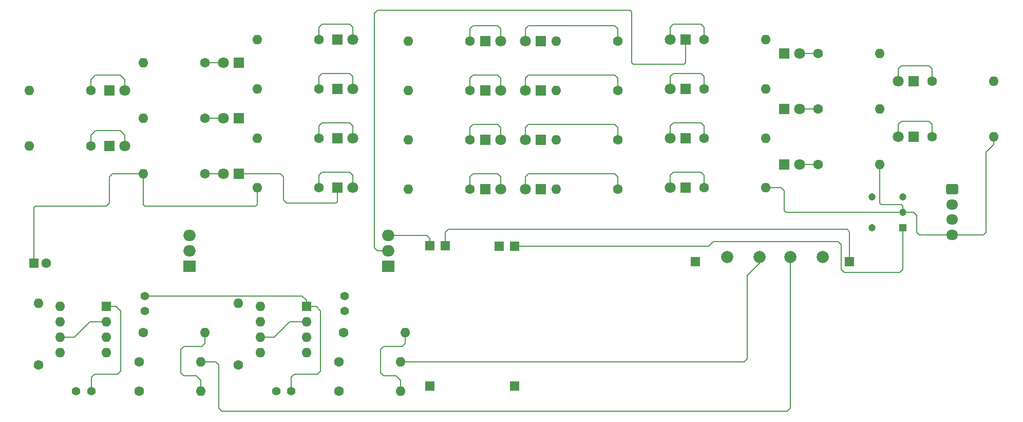
<source format=gbr>
%TF.GenerationSoftware,KiCad,Pcbnew,8.0.8*%
%TF.CreationDate,2025-03-28T10:57:28-04:00*%
%TF.ProjectId,rear_lights_unit,72656172-5f6c-4696-9768-74735f756e69,0*%
%TF.SameCoordinates,Original*%
%TF.FileFunction,Copper,L1,Top*%
%TF.FilePolarity,Positive*%
%FSLAX46Y46*%
G04 Gerber Fmt 4.6, Leading zero omitted, Abs format (unit mm)*
G04 Created by KiCad (PCBNEW 8.0.8) date 2025-03-28 10:57:28*
%MOMM*%
%LPD*%
G01*
G04 APERTURE LIST*
G04 Aperture macros list*
%AMRoundRect*
0 Rectangle with rounded corners*
0 $1 Rounding radius*
0 $2 $3 $4 $5 $6 $7 $8 $9 X,Y pos of 4 corners*
0 Add a 4 corners polygon primitive as box body*
4,1,4,$2,$3,$4,$5,$6,$7,$8,$9,$2,$3,0*
0 Add four circle primitives for the rounded corners*
1,1,$1+$1,$2,$3*
1,1,$1+$1,$4,$5*
1,1,$1+$1,$6,$7*
1,1,$1+$1,$8,$9*
0 Add four rect primitives between the rounded corners*
20,1,$1+$1,$2,$3,$4,$5,0*
20,1,$1+$1,$4,$5,$6,$7,0*
20,1,$1+$1,$6,$7,$8,$9,0*
20,1,$1+$1,$8,$9,$2,$3,0*%
G04 Aperture macros list end*
%TA.AperFunction,ComponentPad*%
%ADD10R,2.000000X1.905000*%
%TD*%
%TA.AperFunction,ComponentPad*%
%ADD11O,2.000000X1.905000*%
%TD*%
%TA.AperFunction,ComponentPad*%
%ADD12R,1.800000X1.800000*%
%TD*%
%TA.AperFunction,ComponentPad*%
%ADD13C,1.800000*%
%TD*%
%TA.AperFunction,ComponentPad*%
%ADD14R,1.600000X1.600000*%
%TD*%
%TA.AperFunction,ComponentPad*%
%ADD15C,1.600000*%
%TD*%
%TA.AperFunction,ComponentPad*%
%ADD16O,1.600000X1.600000*%
%TD*%
%TA.AperFunction,ComponentPad*%
%ADD17R,1.524000X1.524000*%
%TD*%
%TA.AperFunction,ComponentPad*%
%ADD18C,1.400000*%
%TD*%
%TA.AperFunction,ComponentPad*%
%ADD19C,1.200000*%
%TD*%
%TA.AperFunction,ComponentPad*%
%ADD20R,1.200000X1.200000*%
%TD*%
%TA.AperFunction,ComponentPad*%
%ADD21C,2.000000*%
%TD*%
%TA.AperFunction,ComponentPad*%
%ADD22RoundRect,0.250000X-0.725000X0.600000X-0.725000X-0.600000X0.725000X-0.600000X0.725000X0.600000X0*%
%TD*%
%TA.AperFunction,ComponentPad*%
%ADD23O,1.950000X1.700000*%
%TD*%
%TA.AperFunction,Conductor*%
%ADD24C,0.200000*%
%TD*%
G04 APERTURE END LIST*
D10*
%TO.P,Q2,1,G*%
%TO.N,Net-(Q2-G)*%
X113030000Y-97282000D03*
D11*
%TO.P,Q2,2,D*%
%TO.N,Net-(D10-K)*%
X113030000Y-94742000D03*
%TO.P,Q2,3,S*%
%TO.N,GND*%
X113030000Y-92202000D03*
%TD*%
D10*
%TO.P,Q1,1,G*%
%TO.N,Net-(Q1-G)*%
X80264000Y-97282000D03*
D11*
%TO.P,Q1,2,D*%
%TO.N,Net-(D1-K)*%
X80264000Y-94742000D03*
%TO.P,Q1,3,S*%
%TO.N,GND*%
X80264000Y-92202000D03*
%TD*%
D12*
%TO.P,D1,1,K*%
%TO.N,Net-(D1-K)*%
X104638000Y-59944000D03*
D13*
%TO.P,D1,2,A*%
%TO.N,Net-(D1-A)*%
X107178000Y-59944000D03*
%TD*%
D12*
%TO.P,D11,1,K*%
%TO.N,Net-(D10-K)*%
X162052000Y-76200000D03*
D13*
%TO.P,D11,2,A*%
%TO.N,Net-(D11-A)*%
X159512000Y-76200000D03*
%TD*%
D12*
%TO.P,D23,1,K*%
%TO.N,GND*%
X138171000Y-76454000D03*
D13*
%TO.P,D23,2,A*%
%TO.N,Net-(D23-A)*%
X135631000Y-76454000D03*
%TD*%
D12*
%TO.P,D9,1,K*%
%TO.N,Net-(D10-K)*%
X162052000Y-59944000D03*
D13*
%TO.P,D9,2,A*%
%TO.N,Net-(D9-A)*%
X159512000Y-59944000D03*
%TD*%
D12*
%TO.P,D4,1,K*%
%TO.N,Net-(D1-K)*%
X104643000Y-84328000D03*
D13*
%TO.P,D4,2,A*%
%TO.N,Net-(D4-A)*%
X107183000Y-84328000D03*
%TD*%
D12*
%TO.P,D18,1,K*%
%TO.N,GND*%
X129022000Y-68326000D03*
D13*
%TO.P,D18,2,A*%
%TO.N,Net-(D18-A)*%
X131562000Y-68326000D03*
%TD*%
D12*
%TO.P,D25,1,K*%
%TO.N,Net-(D1-K)*%
X67046000Y-77470000D03*
D13*
%TO.P,D25,2,A*%
%TO.N,Net-(D25-A)*%
X69586000Y-77470000D03*
%TD*%
D12*
%TO.P,D14,1,K*%
%TO.N,Net-(D10-K)*%
X178303000Y-71374000D03*
D13*
%TO.P,D14,2,A*%
%TO.N,Net-(D14-A)*%
X180843000Y-71374000D03*
%TD*%
D12*
%TO.P,D12,1,K*%
%TO.N,Net-(D10-K)*%
X162052000Y-84328000D03*
D13*
%TO.P,D12,2,A*%
%TO.N,Net-(D12-A)*%
X159512000Y-84328000D03*
%TD*%
D12*
%TO.P,D24,1,K*%
%TO.N,GND*%
X138171000Y-84582000D03*
D13*
%TO.P,D24,2,A*%
%TO.N,Net-(D24-A)*%
X135631000Y-84582000D03*
%TD*%
D12*
%TO.P,D20,1,K*%
%TO.N,GND*%
X129017000Y-84582000D03*
D13*
%TO.P,D20,2,A*%
%TO.N,Net-(D20-A)*%
X131557000Y-84582000D03*
%TD*%
D12*
%TO.P,D7,1,K*%
%TO.N,Net-(D1-K)*%
X88387000Y-82042000D03*
D13*
%TO.P,D7,2,A*%
%TO.N,Net-(D7-A)*%
X85847000Y-82042000D03*
%TD*%
D12*
%TO.P,D6,1,K*%
%TO.N,Net-(D1-K)*%
X88387000Y-72898000D03*
D13*
%TO.P,D6,2,A*%
%TO.N,Net-(D6-A)*%
X85847000Y-72898000D03*
%TD*%
D12*
%TO.P,D17,1,K*%
%TO.N,GND*%
X129022000Y-60198000D03*
D13*
%TO.P,D17,2,A*%
%TO.N,Net-(D17-A)*%
X131562000Y-60198000D03*
%TD*%
D12*
%TO.P,D21,1,K*%
%TO.N,GND*%
X138171000Y-60198000D03*
D13*
%TO.P,D21,2,A*%
%TO.N,Net-(D21-A)*%
X135631000Y-60198000D03*
%TD*%
D12*
%TO.P,D13,1,K*%
%TO.N,Net-(D10-K)*%
X178298000Y-62230000D03*
D13*
%TO.P,D13,2,A*%
%TO.N,Net-(D13-A)*%
X180838000Y-62230000D03*
%TD*%
D12*
%TO.P,D22,1,K*%
%TO.N,GND*%
X138171000Y-68326000D03*
D13*
%TO.P,D22,2,A*%
%TO.N,Net-(D22-A)*%
X135631000Y-68326000D03*
%TD*%
D12*
%TO.P,D10,1,K*%
%TO.N,Net-(D10-K)*%
X162052000Y-68072000D03*
D13*
%TO.P,D10,2,A*%
%TO.N,Net-(D10-A)*%
X159512000Y-68072000D03*
%TD*%
D12*
%TO.P,D16,1,K*%
%TO.N,Net-(D10-K)*%
X199644000Y-66802000D03*
D13*
%TO.P,D16,2,A*%
%TO.N,Net-(D16-A)*%
X197104000Y-66802000D03*
%TD*%
D12*
%TO.P,D26,1,K*%
%TO.N,Net-(D10-K)*%
X199649000Y-75946000D03*
D13*
%TO.P,D26,2,A*%
%TO.N,Net-(D26-A)*%
X197109000Y-75946000D03*
%TD*%
D12*
%TO.P,D19,1,K*%
%TO.N,GND*%
X129022000Y-76454000D03*
D13*
%TO.P,D19,2,A*%
%TO.N,Net-(D19-A)*%
X131562000Y-76454000D03*
%TD*%
D12*
%TO.P,D15,1,K*%
%TO.N,Net-(D10-K)*%
X178298000Y-80518000D03*
D13*
%TO.P,D15,2,A*%
%TO.N,Net-(D15-A)*%
X180838000Y-80518000D03*
%TD*%
D12*
%TO.P,D3,1,K*%
%TO.N,Net-(D1-K)*%
X104643000Y-76200000D03*
D13*
%TO.P,D3,2,A*%
%TO.N,Net-(D3-A)*%
X107183000Y-76200000D03*
%TD*%
D12*
%TO.P,D8,1,K*%
%TO.N,Net-(D1-K)*%
X67046000Y-68326000D03*
D13*
%TO.P,D8,2,A*%
%TO.N,Net-(D8-A)*%
X69586000Y-68326000D03*
%TD*%
D12*
%TO.P,D2,1,K*%
%TO.N,Net-(D1-K)*%
X104638000Y-68072000D03*
D13*
%TO.P,D2,2,A*%
%TO.N,Net-(D2-A)*%
X107178000Y-68072000D03*
%TD*%
D12*
%TO.P,D5,1,K*%
%TO.N,Net-(D1-K)*%
X88387000Y-63754000D03*
D13*
%TO.P,D5,2,A*%
%TO.N,Net-(D5-A)*%
X85847000Y-63754000D03*
%TD*%
D14*
%TO.P,C5,1*%
%TO.N,V_BATT*%
X54610000Y-96774000D03*
D15*
%TO.P,C5,2*%
%TO.N,GND*%
X56610000Y-96774000D03*
%TD*%
%TO.P,R4,1*%
%TO.N,Net-(D4-A)*%
X101595000Y-84328000D03*
D16*
%TO.P,R4,2*%
%TO.N,V_BATT*%
X91435000Y-84328000D03*
%TD*%
D17*
%TO.P,U3,1,V_USB*%
%TO.N,unconnected-(U3-V_USB-Pad1)*%
X133888000Y-116952000D03*
%TO.P,U3,2,GND_USB*%
%TO.N,unconnected-(U3-GND_USB-Pad2)*%
X119888000Y-116952000D03*
%TO.P,U3,3,B+*%
%TO.N,Net-(BT1-+)*%
X131348000Y-93952000D03*
%TO.P,U3,4,B-*%
%TO.N,Net-(BT1--)*%
X122428000Y-93842000D03*
%TO.P,U3,5,OUT+*%
%TO.N,Net-(SW2-A)*%
X133888000Y-93952000D03*
%TO.P,U3,6,OUT-*%
%TO.N,GND*%
X119888000Y-93842000D03*
%TD*%
D18*
%TO.P,C4,1*%
%TO.N,GND*%
X105875000Y-102138000D03*
%TO.P,C4,2*%
%TO.N,Net-(U2-THR)*%
X105875000Y-104638000D03*
%TD*%
D15*
%TO.P,R12,1*%
%TO.N,Net-(D12-A)*%
X165095000Y-84328000D03*
D16*
%TO.P,R12,2*%
%TO.N,V_BATT*%
X175255000Y-84328000D03*
%TD*%
D15*
%TO.P,R27,1*%
%TO.N,Net-(U1-Q)*%
X72644000Y-108204000D03*
D16*
%TO.P,R27,2*%
%TO.N,Net-(Q1-G)*%
X82804000Y-108204000D03*
%TD*%
D15*
%TO.P,R7,1*%
%TO.N,Net-(D7-A)*%
X82799000Y-82042000D03*
D16*
%TO.P,R7,2*%
%TO.N,V_BATT*%
X72639000Y-82042000D03*
%TD*%
D15*
%TO.P,R16,1*%
%TO.N,Net-(D16-A)*%
X202687000Y-66802000D03*
D16*
%TO.P,R16,2*%
%TO.N,V_BATT*%
X212847000Y-66802000D03*
%TD*%
D15*
%TO.P,R29,1*%
%TO.N,Net-(U2-DIS)*%
X104945000Y-113030000D03*
D16*
%TO.P,R29,2*%
%TO.N,RIGHT_TURN_EN*%
X115105000Y-113030000D03*
%TD*%
D15*
%TO.P,R32,1*%
%TO.N,Net-(U2-Q)*%
X105707000Y-108204000D03*
D16*
%TO.P,R32,2*%
%TO.N,Net-(Q2-G)*%
X115867000Y-108204000D03*
%TD*%
D19*
%TO.P,SW2,*%
%TO.N,*%
X192786000Y-90932000D03*
X192786000Y-85852000D03*
D20*
%TO.P,SW2,1,A*%
%TO.N,Net-(SW2-A)*%
X197866000Y-90932000D03*
D19*
%TO.P,SW2,2,B*%
%TO.N,V_BATT*%
X197866000Y-88392000D03*
%TO.P,SW2,3*%
%TO.N,N/C*%
X197866000Y-85852000D03*
%TD*%
D15*
%TO.P,R20,1*%
%TO.N,Net-(D20-A)*%
X126487000Y-84582000D03*
D16*
%TO.P,R20,2*%
%TO.N,V_BATT*%
X116327000Y-84582000D03*
%TD*%
D15*
%TO.P,R5,1*%
%TO.N,Net-(D5-A)*%
X82799000Y-63754000D03*
D16*
%TO.P,R5,2*%
%TO.N,V_BATT*%
X72639000Y-63754000D03*
%TD*%
D15*
%TO.P,R17,1*%
%TO.N,Net-(D17-A)*%
X126487000Y-60198000D03*
D16*
%TO.P,R17,2*%
%TO.N,V_BATT*%
X116327000Y-60198000D03*
%TD*%
D21*
%TO.P,TP1,1,1*%
%TO.N,V_BATT*%
X184658000Y-95758000D03*
%TD*%
D15*
%TO.P,R34,1*%
%TO.N,Net-(D26-A)*%
X202687000Y-75946000D03*
D16*
%TO.P,R34,2*%
%TO.N,V_BATT*%
X212847000Y-75946000D03*
%TD*%
D15*
%TO.P,R10,1*%
%TO.N,Net-(D10-A)*%
X165095000Y-68072000D03*
D16*
%TO.P,R10,2*%
%TO.N,V_BATT*%
X175255000Y-68072000D03*
%TD*%
D15*
%TO.P,R19,1*%
%TO.N,Net-(D19-A)*%
X126487000Y-76454000D03*
D16*
%TO.P,R19,2*%
%TO.N,V_BATT*%
X116327000Y-76454000D03*
%TD*%
D18*
%TO.P,C1,1*%
%TO.N,Net-(U1-CV)*%
X61574000Y-117856000D03*
%TO.P,C1,2*%
%TO.N,GND*%
X64074000Y-117856000D03*
%TD*%
D14*
%TO.P,U2,1,GND*%
%TO.N,GND*%
X99568000Y-103896000D03*
D16*
%TO.P,U2,2,TR*%
%TO.N,Net-(U2-THR)*%
X99568000Y-106436000D03*
%TO.P,U2,3,Q*%
%TO.N,Net-(U2-Q)*%
X99568000Y-108976000D03*
%TO.P,U2,4,R*%
%TO.N,RIGHT_TURN_EN*%
X99568000Y-111516000D03*
%TO.P,U2,5,CV*%
%TO.N,Net-(U2-CV)*%
X91948000Y-111516000D03*
%TO.P,U2,6,THR*%
%TO.N,Net-(U2-THR)*%
X91948000Y-108976000D03*
%TO.P,U2,7,DIS*%
%TO.N,Net-(U2-DIS)*%
X91948000Y-106436000D03*
%TO.P,U2,8,VCC*%
%TO.N,V_BATT*%
X91948000Y-103896000D03*
%TD*%
D21*
%TO.P,TP4,1,1*%
%TO.N,RIGHT_TURN_EN*%
X174244000Y-95758000D03*
%TD*%
D15*
%TO.P,R15,1*%
%TO.N,Net-(D15-A)*%
X183891000Y-80518000D03*
D16*
%TO.P,R15,2*%
%TO.N,V_BATT*%
X194051000Y-80518000D03*
%TD*%
D15*
%TO.P,R26,1*%
%TO.N,Net-(U1-THR)*%
X55372000Y-113548000D03*
D16*
%TO.P,R26,2*%
%TO.N,Net-(U1-DIS)*%
X55372000Y-103388000D03*
%TD*%
D15*
%TO.P,R2,1*%
%TO.N,Net-(D2-A)*%
X101595000Y-68072000D03*
D16*
%TO.P,R2,2*%
%TO.N,V_BATT*%
X91435000Y-68072000D03*
%TD*%
D18*
%TO.P,C2,1*%
%TO.N,GND*%
X72898000Y-102138000D03*
%TO.P,C2,2*%
%TO.N,Net-(U1-THR)*%
X72898000Y-104638000D03*
%TD*%
D15*
%TO.P,R30,1*%
%TO.N,Net-(U2-THR)*%
X88349000Y-113548000D03*
D16*
%TO.P,R30,2*%
%TO.N,Net-(U2-DIS)*%
X88349000Y-103388000D03*
%TD*%
D22*
%TO.P,J1,1,Pin_1*%
%TO.N,GND*%
X205994000Y-84582000D03*
D23*
%TO.P,J1,2,Pin_2*%
%TO.N,RIGHT_TURN_EN*%
X205994000Y-87082000D03*
%TO.P,J1,3,Pin_3*%
%TO.N,LEFT_TURN_EN*%
X205994000Y-89582000D03*
%TO.P,J1,4,Pin_4*%
%TO.N,V_BATT*%
X205994000Y-92082000D03*
%TD*%
D21*
%TO.P,TP2,1,1*%
%TO.N,GND*%
X168910000Y-95758000D03*
%TD*%
D15*
%TO.P,R31,1*%
%TO.N,GND*%
X104945000Y-117856000D03*
D16*
%TO.P,R31,2*%
%TO.N,Net-(Q2-G)*%
X115105000Y-117856000D03*
%TD*%
D15*
%TO.P,R14,1*%
%TO.N,Net-(D14-A)*%
X183891000Y-71374000D03*
D16*
%TO.P,R14,2*%
%TO.N,V_BATT*%
X194051000Y-71374000D03*
%TD*%
D17*
%TO.P,BT1,1,+*%
%TO.N,Net-(BT1-+)*%
X163705100Y-96482100D03*
%TO.P,BT1,2,-*%
%TO.N,Net-(BT1--)*%
X189105100Y-96482100D03*
%TD*%
D15*
%TO.P,R33,1*%
%TO.N,Net-(D25-A)*%
X64003000Y-77470000D03*
D16*
%TO.P,R33,2*%
%TO.N,V_BATT*%
X53843000Y-77470000D03*
%TD*%
D15*
%TO.P,R11,1*%
%TO.N,Net-(D11-A)*%
X165095000Y-76200000D03*
D16*
%TO.P,R11,2*%
%TO.N,V_BATT*%
X175255000Y-76200000D03*
%TD*%
D15*
%TO.P,R21,1*%
%TO.N,Net-(D21-A)*%
X150871000Y-60198000D03*
D16*
%TO.P,R21,2*%
%TO.N,V_BATT*%
X140711000Y-60198000D03*
%TD*%
D15*
%TO.P,R18,1*%
%TO.N,Net-(D18-A)*%
X126487000Y-68326000D03*
D16*
%TO.P,R18,2*%
%TO.N,V_BATT*%
X116327000Y-68326000D03*
%TD*%
D15*
%TO.P,R25,1*%
%TO.N,Net-(U1-DIS)*%
X71968000Y-113030000D03*
D16*
%TO.P,R25,2*%
%TO.N,LEFT_TURN_EN*%
X82128000Y-113030000D03*
%TD*%
D15*
%TO.P,R22,1*%
%TO.N,Net-(D22-A)*%
X150871000Y-68326000D03*
D16*
%TO.P,R22,2*%
%TO.N,V_BATT*%
X140711000Y-68326000D03*
%TD*%
D15*
%TO.P,R28,1*%
%TO.N,GND*%
X71968000Y-117856000D03*
D16*
%TO.P,R28,2*%
%TO.N,Net-(Q1-G)*%
X82128000Y-117856000D03*
%TD*%
D15*
%TO.P,R3,1*%
%TO.N,Net-(D3-A)*%
X101595000Y-76200000D03*
D16*
%TO.P,R3,2*%
%TO.N,V_BATT*%
X91435000Y-76200000D03*
%TD*%
D15*
%TO.P,R23,1*%
%TO.N,Net-(D23-A)*%
X150871000Y-76454000D03*
D16*
%TO.P,R23,2*%
%TO.N,V_BATT*%
X140711000Y-76454000D03*
%TD*%
D15*
%TO.P,R1,1*%
%TO.N,Net-(D1-A)*%
X101595000Y-59944000D03*
D16*
%TO.P,R1,2*%
%TO.N,V_BATT*%
X91435000Y-59944000D03*
%TD*%
D18*
%TO.P,C3,1*%
%TO.N,Net-(U2-CV)*%
X94551000Y-117856000D03*
%TO.P,C3,2*%
%TO.N,GND*%
X97051000Y-117856000D03*
%TD*%
D15*
%TO.P,R9,1*%
%TO.N,Net-(D9-A)*%
X165095000Y-59944000D03*
D16*
%TO.P,R9,2*%
%TO.N,V_BATT*%
X175255000Y-59944000D03*
%TD*%
D14*
%TO.P,U1,1,GND*%
%TO.N,GND*%
X66538000Y-103896000D03*
D16*
%TO.P,U1,2,TR*%
%TO.N,Net-(U1-THR)*%
X66538000Y-106436000D03*
%TO.P,U1,3,Q*%
%TO.N,Net-(U1-Q)*%
X66538000Y-108976000D03*
%TO.P,U1,4,R*%
%TO.N,LEFT_TURN_EN*%
X66538000Y-111516000D03*
%TO.P,U1,5,CV*%
%TO.N,Net-(U1-CV)*%
X58918000Y-111516000D03*
%TO.P,U1,6,THR*%
%TO.N,Net-(U1-THR)*%
X58918000Y-108976000D03*
%TO.P,U1,7,DIS*%
%TO.N,Net-(U1-DIS)*%
X58918000Y-106436000D03*
%TO.P,U1,8,VCC*%
%TO.N,V_BATT*%
X58918000Y-103896000D03*
%TD*%
D15*
%TO.P,R6,1*%
%TO.N,Net-(D6-A)*%
X82799000Y-72898000D03*
D16*
%TO.P,R6,2*%
%TO.N,V_BATT*%
X72639000Y-72898000D03*
%TD*%
D21*
%TO.P,TP3,1,1*%
%TO.N,LEFT_TURN_EN*%
X179324000Y-95758000D03*
%TD*%
D15*
%TO.P,R24,1*%
%TO.N,Net-(D24-A)*%
X150871000Y-84582000D03*
D16*
%TO.P,R24,2*%
%TO.N,V_BATT*%
X140711000Y-84582000D03*
%TD*%
D15*
%TO.P,R8,1*%
%TO.N,Net-(D8-A)*%
X64003000Y-68326000D03*
D16*
%TO.P,R8,2*%
%TO.N,V_BATT*%
X53843000Y-68326000D03*
%TD*%
D15*
%TO.P,R13,1*%
%TO.N,Net-(D13-A)*%
X183891000Y-62230000D03*
D16*
%TO.P,R13,2*%
%TO.N,V_BATT*%
X194051000Y-62230000D03*
%TD*%
D24*
%TO.N,Net-(Q1-G)*%
X82804000Y-109982000D02*
X82804000Y-108204000D01*
X82296000Y-110490000D02*
X82804000Y-109982000D01*
X79334000Y-110490000D02*
X82296000Y-110490000D01*
%TO.N,Net-(SW2-A)*%
X197866000Y-97790000D02*
X197866000Y-90932000D01*
X188214000Y-98298000D02*
X197358000Y-98298000D01*
X197358000Y-98298000D02*
X197866000Y-97790000D01*
X187706000Y-97790000D02*
X188214000Y-98298000D01*
X187706000Y-93726000D02*
X187706000Y-97790000D01*
X187198000Y-93218000D02*
X187706000Y-93726000D01*
X166624000Y-93218000D02*
X187198000Y-93218000D01*
X165890000Y-93952000D02*
X166624000Y-93218000D01*
X133888000Y-93952000D02*
X165890000Y-93952000D01*
%TO.N,Net-(BT1--)*%
X189105100Y-91569100D02*
X188722000Y-91186000D01*
X189105100Y-96490100D02*
X189105100Y-91569100D01*
X122936000Y-91186000D02*
X188722000Y-91186000D01*
X122428000Y-91694000D02*
X122936000Y-91186000D01*
X122428000Y-93842000D02*
X122428000Y-91694000D01*
%TO.N,Net-(D10-K)*%
X111252000Y-94742000D02*
X113030000Y-94742000D01*
X110744000Y-94234000D02*
X111252000Y-94742000D01*
X110744000Y-55626000D02*
X110744000Y-94234000D01*
X152908000Y-55118000D02*
X111252000Y-55118000D01*
X153162000Y-63754000D02*
X153162000Y-55372000D01*
X153416000Y-64008000D02*
X153162000Y-63754000D01*
X161798000Y-64008000D02*
X153416000Y-64008000D01*
X111252000Y-55118000D02*
X110744000Y-55626000D01*
X162052000Y-63754000D02*
X161798000Y-64008000D01*
X153162000Y-55372000D02*
X152908000Y-55118000D01*
X162052000Y-59944000D02*
X162052000Y-63754000D01*
%TO.N,GND*%
X72898000Y-102138000D02*
X98836000Y-102138000D01*
X66538000Y-103896000D02*
X68168000Y-103896000D01*
X119380000Y-92202000D02*
X113030000Y-92202000D01*
X101145000Y-103896000D02*
X101897000Y-104648000D01*
X99515000Y-103896000D02*
X101145000Y-103896000D01*
X97051000Y-115590000D02*
X97051000Y-117856000D01*
X119888000Y-93842000D02*
X119888000Y-92710000D01*
X98836000Y-102138000D02*
X99568000Y-102870000D01*
X68168000Y-103896000D02*
X68920000Y-104648000D01*
X64602000Y-115062000D02*
X64074000Y-115590000D01*
X101897000Y-114554000D02*
X101389000Y-115062000D01*
X68412000Y-115062000D02*
X64602000Y-115062000D01*
X64074000Y-115590000D02*
X64074000Y-117856000D01*
X68920000Y-114554000D02*
X68412000Y-115062000D01*
X97579000Y-115062000D02*
X97051000Y-115590000D01*
X119888000Y-92710000D02*
X119380000Y-92202000D01*
X101389000Y-115062000D02*
X97579000Y-115062000D01*
X101897000Y-104648000D02*
X101897000Y-114554000D01*
X99568000Y-102870000D02*
X99568000Y-103896000D01*
X68920000Y-104648000D02*
X68920000Y-114554000D01*
%TO.N,Net-(U1-THR)*%
X63830000Y-106436000D02*
X61290000Y-108976000D01*
X66624000Y-106436000D02*
X63830000Y-106436000D01*
X61290000Y-108976000D02*
X59004000Y-108976000D01*
%TO.N,Net-(U2-THR)*%
X96807000Y-106436000D02*
X94267000Y-108976000D01*
X99601000Y-106436000D02*
X96807000Y-106436000D01*
X94267000Y-108976000D02*
X91981000Y-108976000D01*
%TO.N,Net-(D1-K)*%
X104648000Y-86614000D02*
X104394000Y-86868000D01*
X96266000Y-86868000D02*
X95758000Y-86360000D01*
X95758000Y-82550000D02*
X95250000Y-82042000D01*
X104643000Y-84328000D02*
X104643000Y-86101000D01*
X95758000Y-86360000D02*
X95758000Y-82550000D01*
X104394000Y-86868000D02*
X96266000Y-86868000D01*
X104643000Y-86101000D02*
X104648000Y-86106000D01*
X95250000Y-82042000D02*
X88387000Y-82042000D01*
X104648000Y-86106000D02*
X104648000Y-86614000D01*
%TO.N,Net-(D1-A)*%
X107178000Y-57902000D02*
X106680000Y-57404000D01*
X102108000Y-57404000D02*
X106680000Y-57404000D01*
X101595000Y-57917000D02*
X102108000Y-57404000D01*
X107178000Y-59944000D02*
X107178000Y-57902000D01*
X101595000Y-59944000D02*
X101595000Y-57917000D01*
%TO.N,Net-(D2-A)*%
X101605000Y-66045000D02*
X102118000Y-65532000D01*
X107188000Y-68072000D02*
X107188000Y-66030000D01*
X107188000Y-66030000D02*
X106690000Y-65532000D01*
X101605000Y-68072000D02*
X101605000Y-66045000D01*
X102118000Y-65532000D02*
X106690000Y-65532000D01*
%TO.N,Net-(D3-A)*%
X102118000Y-73660000D02*
X106690000Y-73660000D01*
X107188000Y-74158000D02*
X106690000Y-73660000D01*
X101605000Y-76200000D02*
X101605000Y-74173000D01*
X107188000Y-76200000D02*
X107188000Y-74158000D01*
X101605000Y-74173000D02*
X102118000Y-73660000D01*
%TO.N,Net-(D4-A)*%
X101605000Y-84328000D02*
X101605000Y-82301000D01*
X107188000Y-84328000D02*
X107188000Y-82286000D01*
X101605000Y-82301000D02*
X102118000Y-81788000D01*
X107188000Y-82286000D02*
X106690000Y-81788000D01*
X102118000Y-81788000D02*
X106690000Y-81788000D01*
%TO.N,Net-(D5-A)*%
X82799000Y-63754000D02*
X85847000Y-63754000D01*
%TO.N,Net-(D6-A)*%
X85847000Y-72898000D02*
X82799000Y-72898000D01*
%TO.N,Net-(D7-A)*%
X82799000Y-82042000D02*
X85847000Y-82042000D01*
%TO.N,Net-(D8-A)*%
X64003000Y-66553000D02*
X64003000Y-68326000D01*
X64770000Y-65786000D02*
X64003000Y-66553000D01*
X68834000Y-65806000D02*
X68834000Y-65786000D01*
X68834000Y-65786000D02*
X64770000Y-65786000D01*
X69586000Y-66558000D02*
X68834000Y-65806000D01*
X69586000Y-68326000D02*
X69586000Y-66558000D01*
%TO.N,Net-(D9-A)*%
X160030000Y-57394000D02*
X164592000Y-57394000D01*
X165095000Y-59944000D02*
X165095000Y-57902000D01*
X159512000Y-57912000D02*
X160030000Y-57394000D01*
X165095000Y-57902000D02*
X164597000Y-57404000D01*
X159512000Y-59944000D02*
X159512000Y-57912000D01*
%TO.N,Net-(D10-A)*%
X159517000Y-68072000D02*
X159517000Y-66040000D01*
X160035000Y-65522000D02*
X164597000Y-65522000D01*
X165100000Y-66030000D02*
X164602000Y-65532000D01*
X159517000Y-66040000D02*
X160035000Y-65522000D01*
X165100000Y-68072000D02*
X165100000Y-66030000D01*
%TO.N,Net-(D11-A)*%
X165100000Y-74158000D02*
X164602000Y-73660000D01*
X165100000Y-76200000D02*
X165100000Y-74158000D01*
X159517000Y-76200000D02*
X159517000Y-74168000D01*
X160035000Y-73650000D02*
X164597000Y-73650000D01*
X159517000Y-74168000D02*
X160035000Y-73650000D01*
%TO.N,Net-(D12-A)*%
X165100000Y-82286000D02*
X164602000Y-81788000D01*
X160035000Y-81778000D02*
X164597000Y-81778000D01*
X159517000Y-82296000D02*
X160035000Y-81778000D01*
X159517000Y-84328000D02*
X159517000Y-82296000D01*
X165100000Y-84328000D02*
X165100000Y-82286000D01*
%TO.N,Net-(D13-A)*%
X180838000Y-62230000D02*
X183891000Y-62230000D01*
%TO.N,Net-(D14-A)*%
X180843000Y-71374000D02*
X183891000Y-71374000D01*
%TO.N,Net-(D15-A)*%
X180838000Y-80518000D02*
X183891000Y-80518000D01*
%TO.N,Net-(D16-A)*%
X197104000Y-66802000D02*
X197104000Y-64770000D01*
X202692000Y-66802000D02*
X202692000Y-64760000D01*
X202692000Y-64760000D02*
X202194000Y-64262000D01*
X197622000Y-64252000D02*
X202189000Y-64252000D01*
X197104000Y-64770000D02*
X197622000Y-64252000D01*
%TO.N,Net-(D17-A)*%
X131572000Y-60208000D02*
X131572000Y-58166000D01*
X131069000Y-57658000D02*
X131069000Y-57663000D01*
X131572000Y-58166000D02*
X131074000Y-57668000D01*
X126492000Y-60198000D02*
X126492000Y-58171000D01*
X131069000Y-57658000D02*
X127005000Y-57658000D01*
X126492000Y-58171000D02*
X127005000Y-57658000D01*
%TO.N,Net-(D18-A)*%
X131069000Y-65786000D02*
X127005000Y-65786000D01*
X126492000Y-66299000D02*
X127005000Y-65786000D01*
X126492000Y-68326000D02*
X126492000Y-66299000D01*
X131572000Y-66294000D02*
X131074000Y-65796000D01*
X131572000Y-68336000D02*
X131572000Y-66294000D01*
%TO.N,Net-(D19-A)*%
X126492000Y-74427000D02*
X127005000Y-73914000D01*
X131069000Y-73914000D02*
X127005000Y-73914000D01*
X126492000Y-76454000D02*
X126492000Y-74427000D01*
X131572000Y-74422000D02*
X131074000Y-73924000D01*
X131572000Y-76464000D02*
X131572000Y-74422000D01*
%TO.N,Net-(D20-A)*%
X131572000Y-82550000D02*
X131074000Y-82052000D01*
X131572000Y-84592000D02*
X131572000Y-82550000D01*
X126487000Y-82555000D02*
X127000000Y-82042000D01*
X131064000Y-82042000D02*
X127000000Y-82042000D01*
X126487000Y-84582000D02*
X126487000Y-82555000D01*
%TO.N,Net-(D21-A)*%
X150378000Y-57658000D02*
X136144000Y-57658000D01*
X150876000Y-60198000D02*
X150876000Y-58156000D01*
X135631000Y-58171000D02*
X136144000Y-57658000D01*
X150876000Y-58156000D02*
X150378000Y-57658000D01*
X135631000Y-60198000D02*
X135631000Y-58171000D01*
%TO.N,Net-(D22-A)*%
X150378000Y-65786000D02*
X136144000Y-65786000D01*
X135631000Y-66299000D02*
X136144000Y-65786000D01*
X135631000Y-68326000D02*
X135631000Y-66299000D01*
X150876000Y-66284000D02*
X150378000Y-65786000D01*
X150876000Y-68326000D02*
X150876000Y-66284000D01*
%TO.N,Net-(D23-A)*%
X150876000Y-76454000D02*
X150876000Y-74412000D01*
X150876000Y-74412000D02*
X150378000Y-73914000D01*
X135631000Y-74427000D02*
X136144000Y-73914000D01*
X135631000Y-76454000D02*
X135631000Y-74427000D01*
X150378000Y-73914000D02*
X136144000Y-73914000D01*
%TO.N,Net-(D24-A)*%
X150378000Y-82042000D02*
X136144000Y-82042000D01*
X150876000Y-82540000D02*
X150378000Y-82042000D01*
X135631000Y-82555000D02*
X136144000Y-82042000D01*
X150876000Y-84582000D02*
X150876000Y-82540000D01*
X135631000Y-84582000D02*
X135631000Y-82555000D01*
%TO.N,RIGHT_TURN_EN*%
X171704000Y-113030000D02*
X172212000Y-112522000D01*
X172212000Y-112522000D02*
X172212000Y-98806000D01*
X174244000Y-96774000D02*
X172212000Y-98806000D01*
X174244000Y-96774000D02*
X174244000Y-95758000D01*
X171704000Y-113030000D02*
X115105000Y-113030000D01*
%TO.N,LEFT_TURN_EN*%
X178816000Y-121158000D02*
X179324000Y-120650000D01*
X85598000Y-121158000D02*
X178816000Y-121158000D01*
X179324000Y-120650000D02*
X179324000Y-95758000D01*
X85090000Y-113538000D02*
X85090000Y-120650000D01*
X85090000Y-120650000D02*
X85598000Y-121158000D01*
X82128000Y-113030000D02*
X84582000Y-113030000D01*
X84582000Y-113030000D02*
X85090000Y-113538000D01*
%TO.N,Net-(Q1-G)*%
X78826000Y-114808000D02*
X78826000Y-110998000D01*
X78826000Y-110998000D02*
X79334000Y-110490000D01*
X79334000Y-115316000D02*
X78826000Y-114808000D01*
X82128000Y-116078000D02*
X81366000Y-115316000D01*
X82128000Y-117856000D02*
X82128000Y-116078000D01*
X81366000Y-115316000D02*
X79334000Y-115316000D01*
%TO.N,Net-(Q2-G)*%
X115359000Y-110490000D02*
X115867000Y-109982000D01*
X115105000Y-116078000D02*
X114343000Y-115316000D01*
X112311000Y-115316000D02*
X111803000Y-114808000D01*
X115105000Y-117856000D02*
X115105000Y-116078000D01*
X115867000Y-109982000D02*
X115867000Y-108204000D01*
X111803000Y-114808000D02*
X111803000Y-110998000D01*
X112311000Y-110490000D02*
X115359000Y-110490000D01*
X111803000Y-110998000D02*
X112311000Y-110490000D01*
X114343000Y-115316000D02*
X112311000Y-115316000D01*
%TO.N,Net-(D25-A)*%
X64003000Y-75697000D02*
X64003000Y-77470000D01*
X64770000Y-74930000D02*
X64003000Y-75697000D01*
X69596000Y-75692000D02*
X68834000Y-74930000D01*
X68834000Y-74930000D02*
X64770000Y-74930000D01*
X69586000Y-77470000D02*
X69586000Y-75702000D01*
X69586000Y-75702000D02*
X69596000Y-75692000D01*
%TO.N,Net-(D26-A)*%
X202692000Y-73904000D02*
X202194000Y-73406000D01*
X202692000Y-75946000D02*
X202692000Y-73904000D01*
X197104000Y-73914000D02*
X197622000Y-73396000D01*
X197622000Y-73396000D02*
X202189000Y-73396000D01*
X197104000Y-75946000D02*
X197104000Y-73914000D01*
%TO.N,V_BATT*%
X72639000Y-82042000D02*
X72639000Y-86609000D01*
X205994000Y-92082000D02*
X200540000Y-92082000D01*
X194056000Y-86614000D02*
X194051000Y-86609000D01*
X197866000Y-88392000D02*
X197866000Y-87376000D01*
X54610000Y-87630000D02*
X54864000Y-87376000D01*
X194051000Y-86609000D02*
X194051000Y-80518000D01*
X91435000Y-86609000D02*
X91435000Y-84328000D01*
X91440000Y-87122000D02*
X91440000Y-86614000D01*
X72644000Y-86614000D02*
X72644000Y-87122000D01*
X91186000Y-87376000D02*
X91440000Y-87122000D01*
X200152000Y-91694000D02*
X200152000Y-88900000D01*
X211582000Y-91694000D02*
X211582000Y-78486000D01*
X200152000Y-88900000D02*
X199644000Y-88392000D01*
X72644000Y-87122000D02*
X72898000Y-87376000D01*
X194056000Y-86868000D02*
X194056000Y-86614000D01*
X67056000Y-82550000D02*
X67564000Y-82042000D01*
X194310000Y-87122000D02*
X194056000Y-86868000D01*
X200540000Y-92082000D02*
X200152000Y-91694000D01*
X54864000Y-87376000D02*
X66548000Y-87376000D01*
X212847000Y-77211000D02*
X212847000Y-75946000D01*
X54610000Y-96774000D02*
X54610000Y-87630000D01*
X199644000Y-88392000D02*
X197866000Y-88392000D01*
X197612000Y-87122000D02*
X194310000Y-87122000D01*
X66548000Y-87376000D02*
X67056000Y-86868000D01*
X178308000Y-88138000D02*
X178562000Y-88392000D01*
X178562000Y-88392000D02*
X197866000Y-88392000D01*
X211194000Y-92082000D02*
X211582000Y-91694000D01*
X72639000Y-86609000D02*
X72644000Y-86614000D01*
X177800000Y-84328000D02*
X178308000Y-84836000D01*
X175255000Y-84328000D02*
X177800000Y-84328000D01*
X91440000Y-86614000D02*
X91435000Y-86609000D01*
X67056000Y-86868000D02*
X67056000Y-82550000D01*
X72898000Y-87376000D02*
X91186000Y-87376000D01*
X212852000Y-77216000D02*
X212847000Y-77211000D01*
X178308000Y-84836000D02*
X178308000Y-88138000D01*
X205994000Y-92082000D02*
X211194000Y-92082000D01*
X211582000Y-78486000D02*
X212852000Y-77216000D01*
X67564000Y-82042000D02*
X72639000Y-82042000D01*
X197866000Y-87376000D02*
X197612000Y-87122000D01*
%TD*%
M02*

</source>
